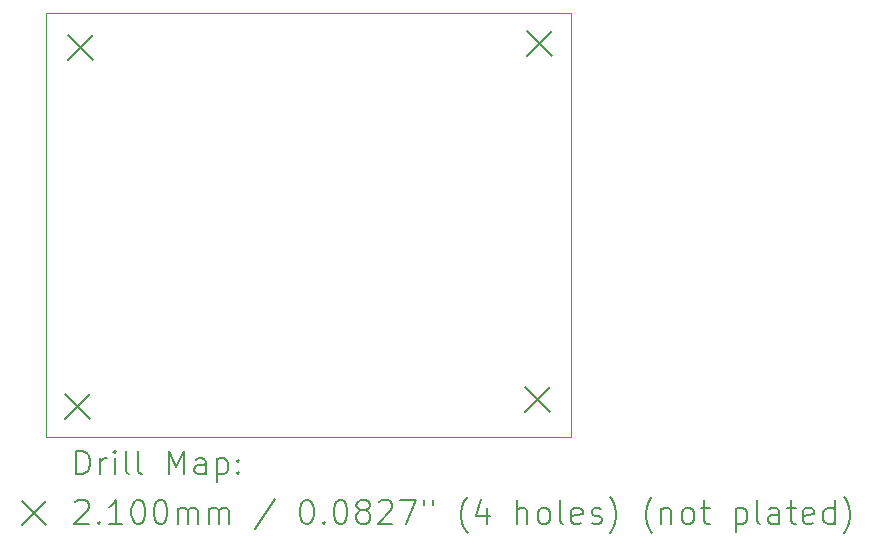
<source format=gbr>
%TF.GenerationSoftware,KiCad,Pcbnew,9.0.4*%
%TF.CreationDate,2025-11-20T06:56:56+02:00*%
%TF.ProjectId,test_5,74657374-5f35-42e6-9b69-6361645f7063,rev?*%
%TF.SameCoordinates,Original*%
%TF.FileFunction,Drillmap*%
%TF.FilePolarity,Positive*%
%FSLAX45Y45*%
G04 Gerber Fmt 4.5, Leading zero omitted, Abs format (unit mm)*
G04 Created by KiCad (PCBNEW 9.0.4) date 2025-11-20 06:56:56*
%MOMM*%
%LPD*%
G01*
G04 APERTURE LIST*
%ADD10C,0.050000*%
%ADD11C,0.200000*%
%ADD12C,0.210000*%
G04 APERTURE END LIST*
D10*
X6248400Y-9880600D02*
X10693400Y-9880600D01*
X10693400Y-13468350D01*
X6248400Y-13468350D01*
X6248400Y-9880600D01*
D11*
D12*
X6410100Y-13103000D02*
X6620100Y-13313000D01*
X6620100Y-13103000D02*
X6410100Y-13313000D01*
X6435500Y-10067700D02*
X6645500Y-10277700D01*
X6645500Y-10067700D02*
X6435500Y-10277700D01*
X10309000Y-13045000D02*
X10519000Y-13255000D01*
X10519000Y-13045000D02*
X10309000Y-13255000D01*
X10321700Y-10029600D02*
X10531700Y-10239600D01*
X10531700Y-10029600D02*
X10321700Y-10239600D01*
D11*
X6506677Y-13782334D02*
X6506677Y-13582334D01*
X6506677Y-13582334D02*
X6554296Y-13582334D01*
X6554296Y-13582334D02*
X6582867Y-13591858D01*
X6582867Y-13591858D02*
X6601915Y-13610905D01*
X6601915Y-13610905D02*
X6611439Y-13629953D01*
X6611439Y-13629953D02*
X6620962Y-13668048D01*
X6620962Y-13668048D02*
X6620962Y-13696619D01*
X6620962Y-13696619D02*
X6611439Y-13734715D01*
X6611439Y-13734715D02*
X6601915Y-13753762D01*
X6601915Y-13753762D02*
X6582867Y-13772810D01*
X6582867Y-13772810D02*
X6554296Y-13782334D01*
X6554296Y-13782334D02*
X6506677Y-13782334D01*
X6706677Y-13782334D02*
X6706677Y-13649000D01*
X6706677Y-13687096D02*
X6716201Y-13668048D01*
X6716201Y-13668048D02*
X6725724Y-13658524D01*
X6725724Y-13658524D02*
X6744772Y-13649000D01*
X6744772Y-13649000D02*
X6763820Y-13649000D01*
X6830486Y-13782334D02*
X6830486Y-13649000D01*
X6830486Y-13582334D02*
X6820962Y-13591858D01*
X6820962Y-13591858D02*
X6830486Y-13601381D01*
X6830486Y-13601381D02*
X6840010Y-13591858D01*
X6840010Y-13591858D02*
X6830486Y-13582334D01*
X6830486Y-13582334D02*
X6830486Y-13601381D01*
X6954296Y-13782334D02*
X6935248Y-13772810D01*
X6935248Y-13772810D02*
X6925724Y-13753762D01*
X6925724Y-13753762D02*
X6925724Y-13582334D01*
X7059058Y-13782334D02*
X7040010Y-13772810D01*
X7040010Y-13772810D02*
X7030486Y-13753762D01*
X7030486Y-13753762D02*
X7030486Y-13582334D01*
X7287629Y-13782334D02*
X7287629Y-13582334D01*
X7287629Y-13582334D02*
X7354296Y-13725191D01*
X7354296Y-13725191D02*
X7420962Y-13582334D01*
X7420962Y-13582334D02*
X7420962Y-13782334D01*
X7601915Y-13782334D02*
X7601915Y-13677572D01*
X7601915Y-13677572D02*
X7592391Y-13658524D01*
X7592391Y-13658524D02*
X7573343Y-13649000D01*
X7573343Y-13649000D02*
X7535248Y-13649000D01*
X7535248Y-13649000D02*
X7516201Y-13658524D01*
X7601915Y-13772810D02*
X7582867Y-13782334D01*
X7582867Y-13782334D02*
X7535248Y-13782334D01*
X7535248Y-13782334D02*
X7516201Y-13772810D01*
X7516201Y-13772810D02*
X7506677Y-13753762D01*
X7506677Y-13753762D02*
X7506677Y-13734715D01*
X7506677Y-13734715D02*
X7516201Y-13715667D01*
X7516201Y-13715667D02*
X7535248Y-13706143D01*
X7535248Y-13706143D02*
X7582867Y-13706143D01*
X7582867Y-13706143D02*
X7601915Y-13696619D01*
X7697153Y-13649000D02*
X7697153Y-13849000D01*
X7697153Y-13658524D02*
X7716201Y-13649000D01*
X7716201Y-13649000D02*
X7754296Y-13649000D01*
X7754296Y-13649000D02*
X7773343Y-13658524D01*
X7773343Y-13658524D02*
X7782867Y-13668048D01*
X7782867Y-13668048D02*
X7792391Y-13687096D01*
X7792391Y-13687096D02*
X7792391Y-13744238D01*
X7792391Y-13744238D02*
X7782867Y-13763286D01*
X7782867Y-13763286D02*
X7773343Y-13772810D01*
X7773343Y-13772810D02*
X7754296Y-13782334D01*
X7754296Y-13782334D02*
X7716201Y-13782334D01*
X7716201Y-13782334D02*
X7697153Y-13772810D01*
X7878105Y-13763286D02*
X7887629Y-13772810D01*
X7887629Y-13772810D02*
X7878105Y-13782334D01*
X7878105Y-13782334D02*
X7868582Y-13772810D01*
X7868582Y-13772810D02*
X7878105Y-13763286D01*
X7878105Y-13763286D02*
X7878105Y-13782334D01*
X7878105Y-13658524D02*
X7887629Y-13668048D01*
X7887629Y-13668048D02*
X7878105Y-13677572D01*
X7878105Y-13677572D02*
X7868582Y-13668048D01*
X7868582Y-13668048D02*
X7878105Y-13658524D01*
X7878105Y-13658524D02*
X7878105Y-13677572D01*
X6045900Y-14010850D02*
X6245900Y-14210850D01*
X6245900Y-14010850D02*
X6045900Y-14210850D01*
X6497153Y-14021381D02*
X6506677Y-14011858D01*
X6506677Y-14011858D02*
X6525724Y-14002334D01*
X6525724Y-14002334D02*
X6573343Y-14002334D01*
X6573343Y-14002334D02*
X6592391Y-14011858D01*
X6592391Y-14011858D02*
X6601915Y-14021381D01*
X6601915Y-14021381D02*
X6611439Y-14040429D01*
X6611439Y-14040429D02*
X6611439Y-14059477D01*
X6611439Y-14059477D02*
X6601915Y-14088048D01*
X6601915Y-14088048D02*
X6487629Y-14202334D01*
X6487629Y-14202334D02*
X6611439Y-14202334D01*
X6697153Y-14183286D02*
X6706677Y-14192810D01*
X6706677Y-14192810D02*
X6697153Y-14202334D01*
X6697153Y-14202334D02*
X6687629Y-14192810D01*
X6687629Y-14192810D02*
X6697153Y-14183286D01*
X6697153Y-14183286D02*
X6697153Y-14202334D01*
X6897153Y-14202334D02*
X6782867Y-14202334D01*
X6840010Y-14202334D02*
X6840010Y-14002334D01*
X6840010Y-14002334D02*
X6820962Y-14030905D01*
X6820962Y-14030905D02*
X6801915Y-14049953D01*
X6801915Y-14049953D02*
X6782867Y-14059477D01*
X7020962Y-14002334D02*
X7040010Y-14002334D01*
X7040010Y-14002334D02*
X7059058Y-14011858D01*
X7059058Y-14011858D02*
X7068582Y-14021381D01*
X7068582Y-14021381D02*
X7078105Y-14040429D01*
X7078105Y-14040429D02*
X7087629Y-14078524D01*
X7087629Y-14078524D02*
X7087629Y-14126143D01*
X7087629Y-14126143D02*
X7078105Y-14164238D01*
X7078105Y-14164238D02*
X7068582Y-14183286D01*
X7068582Y-14183286D02*
X7059058Y-14192810D01*
X7059058Y-14192810D02*
X7040010Y-14202334D01*
X7040010Y-14202334D02*
X7020962Y-14202334D01*
X7020962Y-14202334D02*
X7001915Y-14192810D01*
X7001915Y-14192810D02*
X6992391Y-14183286D01*
X6992391Y-14183286D02*
X6982867Y-14164238D01*
X6982867Y-14164238D02*
X6973343Y-14126143D01*
X6973343Y-14126143D02*
X6973343Y-14078524D01*
X6973343Y-14078524D02*
X6982867Y-14040429D01*
X6982867Y-14040429D02*
X6992391Y-14021381D01*
X6992391Y-14021381D02*
X7001915Y-14011858D01*
X7001915Y-14011858D02*
X7020962Y-14002334D01*
X7211439Y-14002334D02*
X7230486Y-14002334D01*
X7230486Y-14002334D02*
X7249534Y-14011858D01*
X7249534Y-14011858D02*
X7259058Y-14021381D01*
X7259058Y-14021381D02*
X7268582Y-14040429D01*
X7268582Y-14040429D02*
X7278105Y-14078524D01*
X7278105Y-14078524D02*
X7278105Y-14126143D01*
X7278105Y-14126143D02*
X7268582Y-14164238D01*
X7268582Y-14164238D02*
X7259058Y-14183286D01*
X7259058Y-14183286D02*
X7249534Y-14192810D01*
X7249534Y-14192810D02*
X7230486Y-14202334D01*
X7230486Y-14202334D02*
X7211439Y-14202334D01*
X7211439Y-14202334D02*
X7192391Y-14192810D01*
X7192391Y-14192810D02*
X7182867Y-14183286D01*
X7182867Y-14183286D02*
X7173343Y-14164238D01*
X7173343Y-14164238D02*
X7163820Y-14126143D01*
X7163820Y-14126143D02*
X7163820Y-14078524D01*
X7163820Y-14078524D02*
X7173343Y-14040429D01*
X7173343Y-14040429D02*
X7182867Y-14021381D01*
X7182867Y-14021381D02*
X7192391Y-14011858D01*
X7192391Y-14011858D02*
X7211439Y-14002334D01*
X7363820Y-14202334D02*
X7363820Y-14069000D01*
X7363820Y-14088048D02*
X7373343Y-14078524D01*
X7373343Y-14078524D02*
X7392391Y-14069000D01*
X7392391Y-14069000D02*
X7420963Y-14069000D01*
X7420963Y-14069000D02*
X7440010Y-14078524D01*
X7440010Y-14078524D02*
X7449534Y-14097572D01*
X7449534Y-14097572D02*
X7449534Y-14202334D01*
X7449534Y-14097572D02*
X7459058Y-14078524D01*
X7459058Y-14078524D02*
X7478105Y-14069000D01*
X7478105Y-14069000D02*
X7506677Y-14069000D01*
X7506677Y-14069000D02*
X7525724Y-14078524D01*
X7525724Y-14078524D02*
X7535248Y-14097572D01*
X7535248Y-14097572D02*
X7535248Y-14202334D01*
X7630486Y-14202334D02*
X7630486Y-14069000D01*
X7630486Y-14088048D02*
X7640010Y-14078524D01*
X7640010Y-14078524D02*
X7659058Y-14069000D01*
X7659058Y-14069000D02*
X7687629Y-14069000D01*
X7687629Y-14069000D02*
X7706677Y-14078524D01*
X7706677Y-14078524D02*
X7716201Y-14097572D01*
X7716201Y-14097572D02*
X7716201Y-14202334D01*
X7716201Y-14097572D02*
X7725724Y-14078524D01*
X7725724Y-14078524D02*
X7744772Y-14069000D01*
X7744772Y-14069000D02*
X7773343Y-14069000D01*
X7773343Y-14069000D02*
X7792391Y-14078524D01*
X7792391Y-14078524D02*
X7801915Y-14097572D01*
X7801915Y-14097572D02*
X7801915Y-14202334D01*
X8192391Y-13992810D02*
X8020963Y-14249953D01*
X8449534Y-14002334D02*
X8468582Y-14002334D01*
X8468582Y-14002334D02*
X8487629Y-14011858D01*
X8487629Y-14011858D02*
X8497153Y-14021381D01*
X8497153Y-14021381D02*
X8506677Y-14040429D01*
X8506677Y-14040429D02*
X8516201Y-14078524D01*
X8516201Y-14078524D02*
X8516201Y-14126143D01*
X8516201Y-14126143D02*
X8506677Y-14164238D01*
X8506677Y-14164238D02*
X8497153Y-14183286D01*
X8497153Y-14183286D02*
X8487629Y-14192810D01*
X8487629Y-14192810D02*
X8468582Y-14202334D01*
X8468582Y-14202334D02*
X8449534Y-14202334D01*
X8449534Y-14202334D02*
X8430487Y-14192810D01*
X8430487Y-14192810D02*
X8420963Y-14183286D01*
X8420963Y-14183286D02*
X8411439Y-14164238D01*
X8411439Y-14164238D02*
X8401915Y-14126143D01*
X8401915Y-14126143D02*
X8401915Y-14078524D01*
X8401915Y-14078524D02*
X8411439Y-14040429D01*
X8411439Y-14040429D02*
X8420963Y-14021381D01*
X8420963Y-14021381D02*
X8430487Y-14011858D01*
X8430487Y-14011858D02*
X8449534Y-14002334D01*
X8601915Y-14183286D02*
X8611439Y-14192810D01*
X8611439Y-14192810D02*
X8601915Y-14202334D01*
X8601915Y-14202334D02*
X8592391Y-14192810D01*
X8592391Y-14192810D02*
X8601915Y-14183286D01*
X8601915Y-14183286D02*
X8601915Y-14202334D01*
X8735248Y-14002334D02*
X8754296Y-14002334D01*
X8754296Y-14002334D02*
X8773344Y-14011858D01*
X8773344Y-14011858D02*
X8782868Y-14021381D01*
X8782868Y-14021381D02*
X8792391Y-14040429D01*
X8792391Y-14040429D02*
X8801915Y-14078524D01*
X8801915Y-14078524D02*
X8801915Y-14126143D01*
X8801915Y-14126143D02*
X8792391Y-14164238D01*
X8792391Y-14164238D02*
X8782868Y-14183286D01*
X8782868Y-14183286D02*
X8773344Y-14192810D01*
X8773344Y-14192810D02*
X8754296Y-14202334D01*
X8754296Y-14202334D02*
X8735248Y-14202334D01*
X8735248Y-14202334D02*
X8716201Y-14192810D01*
X8716201Y-14192810D02*
X8706677Y-14183286D01*
X8706677Y-14183286D02*
X8697153Y-14164238D01*
X8697153Y-14164238D02*
X8687629Y-14126143D01*
X8687629Y-14126143D02*
X8687629Y-14078524D01*
X8687629Y-14078524D02*
X8697153Y-14040429D01*
X8697153Y-14040429D02*
X8706677Y-14021381D01*
X8706677Y-14021381D02*
X8716201Y-14011858D01*
X8716201Y-14011858D02*
X8735248Y-14002334D01*
X8916201Y-14088048D02*
X8897153Y-14078524D01*
X8897153Y-14078524D02*
X8887629Y-14069000D01*
X8887629Y-14069000D02*
X8878106Y-14049953D01*
X8878106Y-14049953D02*
X8878106Y-14040429D01*
X8878106Y-14040429D02*
X8887629Y-14021381D01*
X8887629Y-14021381D02*
X8897153Y-14011858D01*
X8897153Y-14011858D02*
X8916201Y-14002334D01*
X8916201Y-14002334D02*
X8954296Y-14002334D01*
X8954296Y-14002334D02*
X8973344Y-14011858D01*
X8973344Y-14011858D02*
X8982868Y-14021381D01*
X8982868Y-14021381D02*
X8992391Y-14040429D01*
X8992391Y-14040429D02*
X8992391Y-14049953D01*
X8992391Y-14049953D02*
X8982868Y-14069000D01*
X8982868Y-14069000D02*
X8973344Y-14078524D01*
X8973344Y-14078524D02*
X8954296Y-14088048D01*
X8954296Y-14088048D02*
X8916201Y-14088048D01*
X8916201Y-14088048D02*
X8897153Y-14097572D01*
X8897153Y-14097572D02*
X8887629Y-14107096D01*
X8887629Y-14107096D02*
X8878106Y-14126143D01*
X8878106Y-14126143D02*
X8878106Y-14164238D01*
X8878106Y-14164238D02*
X8887629Y-14183286D01*
X8887629Y-14183286D02*
X8897153Y-14192810D01*
X8897153Y-14192810D02*
X8916201Y-14202334D01*
X8916201Y-14202334D02*
X8954296Y-14202334D01*
X8954296Y-14202334D02*
X8973344Y-14192810D01*
X8973344Y-14192810D02*
X8982868Y-14183286D01*
X8982868Y-14183286D02*
X8992391Y-14164238D01*
X8992391Y-14164238D02*
X8992391Y-14126143D01*
X8992391Y-14126143D02*
X8982868Y-14107096D01*
X8982868Y-14107096D02*
X8973344Y-14097572D01*
X8973344Y-14097572D02*
X8954296Y-14088048D01*
X9068582Y-14021381D02*
X9078106Y-14011858D01*
X9078106Y-14011858D02*
X9097153Y-14002334D01*
X9097153Y-14002334D02*
X9144772Y-14002334D01*
X9144772Y-14002334D02*
X9163820Y-14011858D01*
X9163820Y-14011858D02*
X9173344Y-14021381D01*
X9173344Y-14021381D02*
X9182868Y-14040429D01*
X9182868Y-14040429D02*
X9182868Y-14059477D01*
X9182868Y-14059477D02*
X9173344Y-14088048D01*
X9173344Y-14088048D02*
X9059058Y-14202334D01*
X9059058Y-14202334D02*
X9182868Y-14202334D01*
X9249534Y-14002334D02*
X9382868Y-14002334D01*
X9382868Y-14002334D02*
X9297153Y-14202334D01*
X9449534Y-14002334D02*
X9449534Y-14040429D01*
X9525725Y-14002334D02*
X9525725Y-14040429D01*
X9820963Y-14278524D02*
X9811439Y-14269000D01*
X9811439Y-14269000D02*
X9792391Y-14240429D01*
X9792391Y-14240429D02*
X9782868Y-14221381D01*
X9782868Y-14221381D02*
X9773344Y-14192810D01*
X9773344Y-14192810D02*
X9763820Y-14145191D01*
X9763820Y-14145191D02*
X9763820Y-14107096D01*
X9763820Y-14107096D02*
X9773344Y-14059477D01*
X9773344Y-14059477D02*
X9782868Y-14030905D01*
X9782868Y-14030905D02*
X9792391Y-14011858D01*
X9792391Y-14011858D02*
X9811439Y-13983286D01*
X9811439Y-13983286D02*
X9820963Y-13973762D01*
X9982868Y-14069000D02*
X9982868Y-14202334D01*
X9935249Y-13992810D02*
X9887630Y-14135667D01*
X9887630Y-14135667D02*
X10011439Y-14135667D01*
X10240011Y-14202334D02*
X10240011Y-14002334D01*
X10325725Y-14202334D02*
X10325725Y-14097572D01*
X10325725Y-14097572D02*
X10316201Y-14078524D01*
X10316201Y-14078524D02*
X10297153Y-14069000D01*
X10297153Y-14069000D02*
X10268582Y-14069000D01*
X10268582Y-14069000D02*
X10249534Y-14078524D01*
X10249534Y-14078524D02*
X10240011Y-14088048D01*
X10449534Y-14202334D02*
X10430487Y-14192810D01*
X10430487Y-14192810D02*
X10420963Y-14183286D01*
X10420963Y-14183286D02*
X10411439Y-14164238D01*
X10411439Y-14164238D02*
X10411439Y-14107096D01*
X10411439Y-14107096D02*
X10420963Y-14088048D01*
X10420963Y-14088048D02*
X10430487Y-14078524D01*
X10430487Y-14078524D02*
X10449534Y-14069000D01*
X10449534Y-14069000D02*
X10478106Y-14069000D01*
X10478106Y-14069000D02*
X10497153Y-14078524D01*
X10497153Y-14078524D02*
X10506677Y-14088048D01*
X10506677Y-14088048D02*
X10516201Y-14107096D01*
X10516201Y-14107096D02*
X10516201Y-14164238D01*
X10516201Y-14164238D02*
X10506677Y-14183286D01*
X10506677Y-14183286D02*
X10497153Y-14192810D01*
X10497153Y-14192810D02*
X10478106Y-14202334D01*
X10478106Y-14202334D02*
X10449534Y-14202334D01*
X10630487Y-14202334D02*
X10611439Y-14192810D01*
X10611439Y-14192810D02*
X10601915Y-14173762D01*
X10601915Y-14173762D02*
X10601915Y-14002334D01*
X10782868Y-14192810D02*
X10763820Y-14202334D01*
X10763820Y-14202334D02*
X10725725Y-14202334D01*
X10725725Y-14202334D02*
X10706677Y-14192810D01*
X10706677Y-14192810D02*
X10697153Y-14173762D01*
X10697153Y-14173762D02*
X10697153Y-14097572D01*
X10697153Y-14097572D02*
X10706677Y-14078524D01*
X10706677Y-14078524D02*
X10725725Y-14069000D01*
X10725725Y-14069000D02*
X10763820Y-14069000D01*
X10763820Y-14069000D02*
X10782868Y-14078524D01*
X10782868Y-14078524D02*
X10792392Y-14097572D01*
X10792392Y-14097572D02*
X10792392Y-14116619D01*
X10792392Y-14116619D02*
X10697153Y-14135667D01*
X10868582Y-14192810D02*
X10887630Y-14202334D01*
X10887630Y-14202334D02*
X10925725Y-14202334D01*
X10925725Y-14202334D02*
X10944773Y-14192810D01*
X10944773Y-14192810D02*
X10954296Y-14173762D01*
X10954296Y-14173762D02*
X10954296Y-14164238D01*
X10954296Y-14164238D02*
X10944773Y-14145191D01*
X10944773Y-14145191D02*
X10925725Y-14135667D01*
X10925725Y-14135667D02*
X10897153Y-14135667D01*
X10897153Y-14135667D02*
X10878106Y-14126143D01*
X10878106Y-14126143D02*
X10868582Y-14107096D01*
X10868582Y-14107096D02*
X10868582Y-14097572D01*
X10868582Y-14097572D02*
X10878106Y-14078524D01*
X10878106Y-14078524D02*
X10897153Y-14069000D01*
X10897153Y-14069000D02*
X10925725Y-14069000D01*
X10925725Y-14069000D02*
X10944773Y-14078524D01*
X11020963Y-14278524D02*
X11030487Y-14269000D01*
X11030487Y-14269000D02*
X11049534Y-14240429D01*
X11049534Y-14240429D02*
X11059058Y-14221381D01*
X11059058Y-14221381D02*
X11068582Y-14192810D01*
X11068582Y-14192810D02*
X11078106Y-14145191D01*
X11078106Y-14145191D02*
X11078106Y-14107096D01*
X11078106Y-14107096D02*
X11068582Y-14059477D01*
X11068582Y-14059477D02*
X11059058Y-14030905D01*
X11059058Y-14030905D02*
X11049534Y-14011858D01*
X11049534Y-14011858D02*
X11030487Y-13983286D01*
X11030487Y-13983286D02*
X11020963Y-13973762D01*
X11382868Y-14278524D02*
X11373344Y-14269000D01*
X11373344Y-14269000D02*
X11354296Y-14240429D01*
X11354296Y-14240429D02*
X11344772Y-14221381D01*
X11344772Y-14221381D02*
X11335249Y-14192810D01*
X11335249Y-14192810D02*
X11325725Y-14145191D01*
X11325725Y-14145191D02*
X11325725Y-14107096D01*
X11325725Y-14107096D02*
X11335249Y-14059477D01*
X11335249Y-14059477D02*
X11344772Y-14030905D01*
X11344772Y-14030905D02*
X11354296Y-14011858D01*
X11354296Y-14011858D02*
X11373344Y-13983286D01*
X11373344Y-13983286D02*
X11382868Y-13973762D01*
X11459058Y-14069000D02*
X11459058Y-14202334D01*
X11459058Y-14088048D02*
X11468582Y-14078524D01*
X11468582Y-14078524D02*
X11487630Y-14069000D01*
X11487630Y-14069000D02*
X11516201Y-14069000D01*
X11516201Y-14069000D02*
X11535249Y-14078524D01*
X11535249Y-14078524D02*
X11544772Y-14097572D01*
X11544772Y-14097572D02*
X11544772Y-14202334D01*
X11668582Y-14202334D02*
X11649534Y-14192810D01*
X11649534Y-14192810D02*
X11640011Y-14183286D01*
X11640011Y-14183286D02*
X11630487Y-14164238D01*
X11630487Y-14164238D02*
X11630487Y-14107096D01*
X11630487Y-14107096D02*
X11640011Y-14088048D01*
X11640011Y-14088048D02*
X11649534Y-14078524D01*
X11649534Y-14078524D02*
X11668582Y-14069000D01*
X11668582Y-14069000D02*
X11697153Y-14069000D01*
X11697153Y-14069000D02*
X11716201Y-14078524D01*
X11716201Y-14078524D02*
X11725725Y-14088048D01*
X11725725Y-14088048D02*
X11735249Y-14107096D01*
X11735249Y-14107096D02*
X11735249Y-14164238D01*
X11735249Y-14164238D02*
X11725725Y-14183286D01*
X11725725Y-14183286D02*
X11716201Y-14192810D01*
X11716201Y-14192810D02*
X11697153Y-14202334D01*
X11697153Y-14202334D02*
X11668582Y-14202334D01*
X11792392Y-14069000D02*
X11868582Y-14069000D01*
X11820963Y-14002334D02*
X11820963Y-14173762D01*
X11820963Y-14173762D02*
X11830487Y-14192810D01*
X11830487Y-14192810D02*
X11849534Y-14202334D01*
X11849534Y-14202334D02*
X11868582Y-14202334D01*
X12087630Y-14069000D02*
X12087630Y-14269000D01*
X12087630Y-14078524D02*
X12106677Y-14069000D01*
X12106677Y-14069000D02*
X12144773Y-14069000D01*
X12144773Y-14069000D02*
X12163820Y-14078524D01*
X12163820Y-14078524D02*
X12173344Y-14088048D01*
X12173344Y-14088048D02*
X12182868Y-14107096D01*
X12182868Y-14107096D02*
X12182868Y-14164238D01*
X12182868Y-14164238D02*
X12173344Y-14183286D01*
X12173344Y-14183286D02*
X12163820Y-14192810D01*
X12163820Y-14192810D02*
X12144773Y-14202334D01*
X12144773Y-14202334D02*
X12106677Y-14202334D01*
X12106677Y-14202334D02*
X12087630Y-14192810D01*
X12297153Y-14202334D02*
X12278106Y-14192810D01*
X12278106Y-14192810D02*
X12268582Y-14173762D01*
X12268582Y-14173762D02*
X12268582Y-14002334D01*
X12459058Y-14202334D02*
X12459058Y-14097572D01*
X12459058Y-14097572D02*
X12449534Y-14078524D01*
X12449534Y-14078524D02*
X12430487Y-14069000D01*
X12430487Y-14069000D02*
X12392392Y-14069000D01*
X12392392Y-14069000D02*
X12373344Y-14078524D01*
X12459058Y-14192810D02*
X12440011Y-14202334D01*
X12440011Y-14202334D02*
X12392392Y-14202334D01*
X12392392Y-14202334D02*
X12373344Y-14192810D01*
X12373344Y-14192810D02*
X12363820Y-14173762D01*
X12363820Y-14173762D02*
X12363820Y-14154715D01*
X12363820Y-14154715D02*
X12373344Y-14135667D01*
X12373344Y-14135667D02*
X12392392Y-14126143D01*
X12392392Y-14126143D02*
X12440011Y-14126143D01*
X12440011Y-14126143D02*
X12459058Y-14116619D01*
X12525725Y-14069000D02*
X12601915Y-14069000D01*
X12554296Y-14002334D02*
X12554296Y-14173762D01*
X12554296Y-14173762D02*
X12563820Y-14192810D01*
X12563820Y-14192810D02*
X12582868Y-14202334D01*
X12582868Y-14202334D02*
X12601915Y-14202334D01*
X12744773Y-14192810D02*
X12725725Y-14202334D01*
X12725725Y-14202334D02*
X12687630Y-14202334D01*
X12687630Y-14202334D02*
X12668582Y-14192810D01*
X12668582Y-14192810D02*
X12659058Y-14173762D01*
X12659058Y-14173762D02*
X12659058Y-14097572D01*
X12659058Y-14097572D02*
X12668582Y-14078524D01*
X12668582Y-14078524D02*
X12687630Y-14069000D01*
X12687630Y-14069000D02*
X12725725Y-14069000D01*
X12725725Y-14069000D02*
X12744773Y-14078524D01*
X12744773Y-14078524D02*
X12754296Y-14097572D01*
X12754296Y-14097572D02*
X12754296Y-14116619D01*
X12754296Y-14116619D02*
X12659058Y-14135667D01*
X12925725Y-14202334D02*
X12925725Y-14002334D01*
X12925725Y-14192810D02*
X12906677Y-14202334D01*
X12906677Y-14202334D02*
X12868582Y-14202334D01*
X12868582Y-14202334D02*
X12849534Y-14192810D01*
X12849534Y-14192810D02*
X12840011Y-14183286D01*
X12840011Y-14183286D02*
X12830487Y-14164238D01*
X12830487Y-14164238D02*
X12830487Y-14107096D01*
X12830487Y-14107096D02*
X12840011Y-14088048D01*
X12840011Y-14088048D02*
X12849534Y-14078524D01*
X12849534Y-14078524D02*
X12868582Y-14069000D01*
X12868582Y-14069000D02*
X12906677Y-14069000D01*
X12906677Y-14069000D02*
X12925725Y-14078524D01*
X13001915Y-14278524D02*
X13011439Y-14269000D01*
X13011439Y-14269000D02*
X13030487Y-14240429D01*
X13030487Y-14240429D02*
X13040011Y-14221381D01*
X13040011Y-14221381D02*
X13049534Y-14192810D01*
X13049534Y-14192810D02*
X13059058Y-14145191D01*
X13059058Y-14145191D02*
X13059058Y-14107096D01*
X13059058Y-14107096D02*
X13049534Y-14059477D01*
X13049534Y-14059477D02*
X13040011Y-14030905D01*
X13040011Y-14030905D02*
X13030487Y-14011858D01*
X13030487Y-14011858D02*
X13011439Y-13983286D01*
X13011439Y-13983286D02*
X13001915Y-13973762D01*
M02*

</source>
